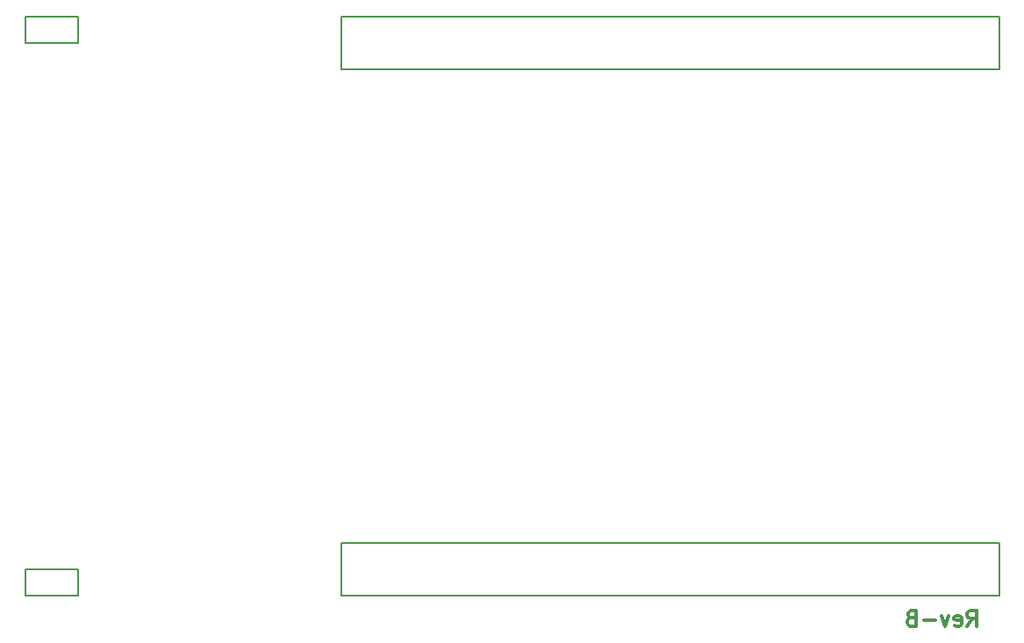
<source format=gbo>
G04 #@! TF.FileFunction,Legend,Bot*
%FSLAX46Y46*%
G04 Gerber Fmt 4.6, Leading zero omitted, Abs format (unit mm)*
G04 Created by KiCad (PCBNEW 4.0.5-e0-6337~52~ubuntu16.10.1) date Sun Jan 15 19:05:05 2017*
%MOMM*%
%LPD*%
G01*
G04 APERTURE LIST*
%ADD10C,0.100000*%
%ADD11C,0.300000*%
%ADD12C,0.150000*%
G04 APERTURE END LIST*
D10*
D11*
X172176771Y-142181971D02*
X172676771Y-141467686D01*
X173033914Y-142181971D02*
X173033914Y-140681971D01*
X172462486Y-140681971D01*
X172319628Y-140753400D01*
X172248200Y-140824829D01*
X172176771Y-140967686D01*
X172176771Y-141181971D01*
X172248200Y-141324829D01*
X172319628Y-141396257D01*
X172462486Y-141467686D01*
X173033914Y-141467686D01*
X170962486Y-142110543D02*
X171105343Y-142181971D01*
X171391057Y-142181971D01*
X171533914Y-142110543D01*
X171605343Y-141967686D01*
X171605343Y-141396257D01*
X171533914Y-141253400D01*
X171391057Y-141181971D01*
X171105343Y-141181971D01*
X170962486Y-141253400D01*
X170891057Y-141396257D01*
X170891057Y-141539114D01*
X171605343Y-141681971D01*
X170391057Y-141181971D02*
X170033914Y-142181971D01*
X169676772Y-141181971D01*
X169105343Y-141610543D02*
X167962486Y-141610543D01*
X166748200Y-141396257D02*
X166533914Y-141467686D01*
X166462486Y-141539114D01*
X166391057Y-141681971D01*
X166391057Y-141896257D01*
X166462486Y-142039114D01*
X166533914Y-142110543D01*
X166676772Y-142181971D01*
X167248200Y-142181971D01*
X167248200Y-140681971D01*
X166748200Y-140681971D01*
X166605343Y-140753400D01*
X166533914Y-140824829D01*
X166462486Y-140967686D01*
X166462486Y-141110543D01*
X166533914Y-141253400D01*
X166605343Y-141324829D01*
X166748200Y-141396257D01*
X167248200Y-141396257D01*
D12*
X81270000Y-136660000D02*
X81270000Y-139200000D01*
X81270000Y-139200000D02*
X86350000Y-139200000D01*
X86350000Y-139200000D02*
X86350000Y-136660000D01*
X86350000Y-136660000D02*
X81270000Y-136660000D01*
X111750000Y-134120000D02*
X175250000Y-134120000D01*
X175250000Y-134120000D02*
X175250000Y-139200000D01*
X175250000Y-139200000D02*
X111750000Y-139200000D01*
X111750000Y-139200000D02*
X111750000Y-134120000D01*
X111750000Y-83320000D02*
X175250000Y-83320000D01*
X175250000Y-83320000D02*
X175250000Y-88400000D01*
X175250000Y-88400000D02*
X111750000Y-88400000D01*
X111750000Y-88400000D02*
X111750000Y-83320000D01*
X81270000Y-83320000D02*
X81270000Y-85860000D01*
X81270000Y-85860000D02*
X86350000Y-85860000D01*
X86350000Y-85860000D02*
X86350000Y-83320000D01*
X86350000Y-83320000D02*
X81270000Y-83320000D01*
M02*

</source>
